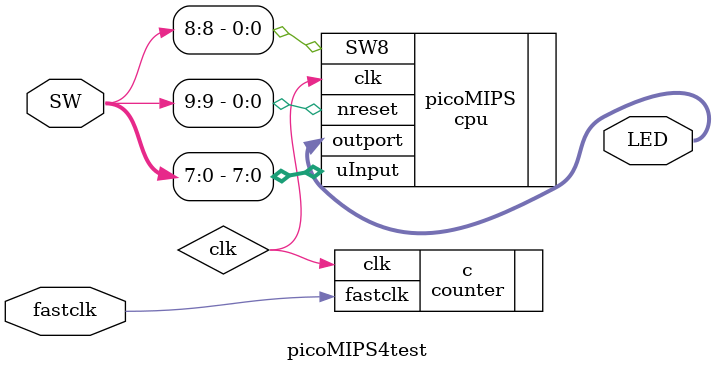
<source format=sv>
module picoMIPS4test(
  input logic fastclk,  // 50MHz Altera DE0 clock
  input logic [9:0] SW, // Switches SW0..SW9
  output logic [7:0] LED); // LEDs
  
  logic clk; // slow clock, about 10Hz
  parameter n = 8;
  
  counter c (.fastclk(fastclk),.clk(clk)); // slow clk from counter
  
  // to obtain the cost figure, synthesise your design without the counter 
  // and the picoMIPS4test module using Cyclone IV E as target
  // and make a note of the synthesis statistics
  cpu #(.n(n)) picoMIPS (.clk(clk), .nreset(SW[9]), .SW8(SW[8]), .uInput(SW[7:0]), .outport(LED));
  
endmodule  
</source>
